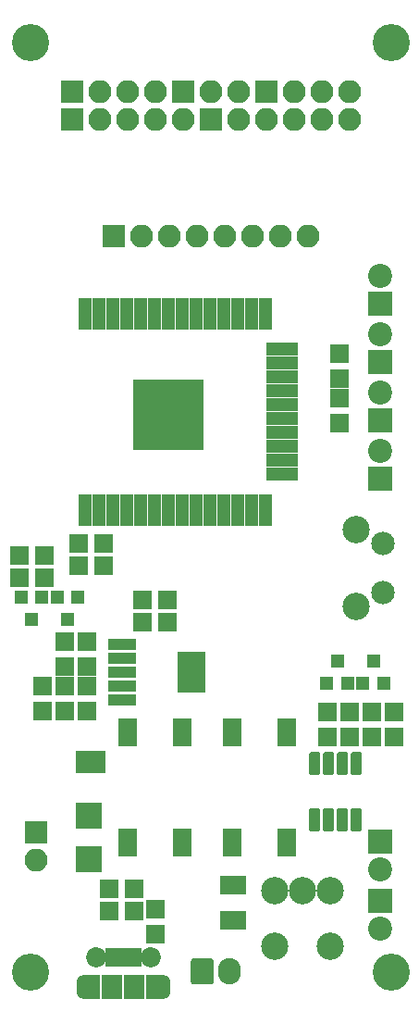
<source format=gbr>
G04 #@! TF.GenerationSoftware,KiCad,Pcbnew,(5.1.4)-1*
G04 #@! TF.CreationDate,2020-12-02T10:45:32+01:00*
G04 #@! TF.ProjectId,ESP32 - LP IoT,45535033-3220-42d2-904c-5020496f542e,rev?*
G04 #@! TF.SameCoordinates,Original*
G04 #@! TF.FileFunction,Soldermask,Top*
G04 #@! TF.FilePolarity,Negative*
%FSLAX46Y46*%
G04 Gerber Fmt 4.6, Leading zero omitted, Abs format (unit mm)*
G04 Created by KiCad (PCBNEW (5.1.4)-1) date 2020-12-02 10:45:32*
%MOMM*%
%LPD*%
G04 APERTURE LIST*
%ADD10R,1.800000X2.500000*%
%ADD11R,1.670000X1.797000*%
%ADD12R,1.797000X1.670000*%
%ADD13R,2.100000X2.100000*%
%ADD14O,2.100000X2.100000*%
%ADD15C,0.100000*%
%ADD16C,1.000000*%
%ADD17R,1.200000X1.300000*%
%ADD18R,2.600000X1.000000*%
%ADD19R,2.550000X3.850000*%
%ADD20R,1.900000X2.300000*%
%ADD21C,1.850000*%
%ADD22R,0.800000X1.750000*%
%ADD23O,1.600000X2.300000*%
%ADD24R,1.600000X2.300000*%
%ADD25C,2.500000*%
%ADD26C,1.009600*%
%ADD27R,2.780000X2.050000*%
%ADD28R,2.400000X2.400000*%
%ADD29R,2.432000X1.797000*%
%ADD30C,2.100000*%
%ADD31O,2.100000X2.400000*%
%ADD32C,2.150000*%
%ADD33R,2.200000X2.200000*%
%ADD34C,2.200000*%
%ADD35R,1.300000X2.900000*%
%ADD36R,2.900000X1.300000*%
%ADD37R,6.400000X6.400000*%
%ADD38O,1.670000X1.670000*%
%ADD39C,3.400000*%
G04 APERTURE END LIST*
D10*
X69937000Y-87583000D03*
X64937000Y-97583000D03*
X64937000Y-87583000D03*
X69937000Y-97583000D03*
D11*
X53238400Y-70256400D03*
X50952400Y-70256400D03*
D12*
X75717400Y-87985600D03*
X75717400Y-85699600D03*
D13*
X50292000Y-28956000D03*
D14*
X52832000Y-28956000D03*
X55372000Y-28956000D03*
X57912000Y-28956000D03*
D10*
X60412000Y-97583000D03*
X55412000Y-87583000D03*
X55412000Y-97583000D03*
X60412000Y-87583000D03*
D12*
X57912000Y-106045000D03*
X57912000Y-103759000D03*
D11*
X59080400Y-77470000D03*
X56794400Y-77470000D03*
D12*
X51689000Y-81534000D03*
X51689000Y-79248000D03*
D11*
X56007000Y-103886000D03*
X53721000Y-103886000D03*
D14*
X75692000Y-28956000D03*
X73152000Y-28956000D03*
X70612000Y-28956000D03*
D13*
X68072000Y-28956000D03*
D14*
X75692000Y-31496000D03*
X73152000Y-31496000D03*
X70612000Y-31496000D03*
X68072000Y-31496000D03*
X65532000Y-31496000D03*
D13*
X62992000Y-31496000D03*
X60452000Y-28956000D03*
D14*
X62992000Y-28956000D03*
X65532000Y-28956000D03*
D11*
X56007000Y-101854000D03*
X53721000Y-101854000D03*
D15*
G36*
X72791504Y-94465204D02*
G01*
X72815773Y-94468804D01*
X72839571Y-94474765D01*
X72862671Y-94483030D01*
X72884849Y-94493520D01*
X72905893Y-94506133D01*
X72925598Y-94520747D01*
X72943777Y-94537223D01*
X72960253Y-94555402D01*
X72974867Y-94575107D01*
X72987480Y-94596151D01*
X72997970Y-94618329D01*
X73006235Y-94641429D01*
X73012196Y-94665227D01*
X73015796Y-94689496D01*
X73017000Y-94714000D01*
X73017000Y-96364000D01*
X73015796Y-96388504D01*
X73012196Y-96412773D01*
X73006235Y-96436571D01*
X72997970Y-96459671D01*
X72987480Y-96481849D01*
X72974867Y-96502893D01*
X72960253Y-96522598D01*
X72943777Y-96540777D01*
X72925598Y-96557253D01*
X72905893Y-96571867D01*
X72884849Y-96584480D01*
X72862671Y-96594970D01*
X72839571Y-96603235D01*
X72815773Y-96609196D01*
X72791504Y-96612796D01*
X72767000Y-96614000D01*
X72267000Y-96614000D01*
X72242496Y-96612796D01*
X72218227Y-96609196D01*
X72194429Y-96603235D01*
X72171329Y-96594970D01*
X72149151Y-96584480D01*
X72128107Y-96571867D01*
X72108402Y-96557253D01*
X72090223Y-96540777D01*
X72073747Y-96522598D01*
X72059133Y-96502893D01*
X72046520Y-96481849D01*
X72036030Y-96459671D01*
X72027765Y-96436571D01*
X72021804Y-96412773D01*
X72018204Y-96388504D01*
X72017000Y-96364000D01*
X72017000Y-94714000D01*
X72018204Y-94689496D01*
X72021804Y-94665227D01*
X72027765Y-94641429D01*
X72036030Y-94618329D01*
X72046520Y-94596151D01*
X72059133Y-94575107D01*
X72073747Y-94555402D01*
X72090223Y-94537223D01*
X72108402Y-94520747D01*
X72128107Y-94506133D01*
X72149151Y-94493520D01*
X72171329Y-94483030D01*
X72194429Y-94474765D01*
X72218227Y-94468804D01*
X72242496Y-94465204D01*
X72267000Y-94464000D01*
X72767000Y-94464000D01*
X72791504Y-94465204D01*
X72791504Y-94465204D01*
G37*
D16*
X72517000Y-95539000D03*
D15*
G36*
X74061504Y-94465204D02*
G01*
X74085773Y-94468804D01*
X74109571Y-94474765D01*
X74132671Y-94483030D01*
X74154849Y-94493520D01*
X74175893Y-94506133D01*
X74195598Y-94520747D01*
X74213777Y-94537223D01*
X74230253Y-94555402D01*
X74244867Y-94575107D01*
X74257480Y-94596151D01*
X74267970Y-94618329D01*
X74276235Y-94641429D01*
X74282196Y-94665227D01*
X74285796Y-94689496D01*
X74287000Y-94714000D01*
X74287000Y-96364000D01*
X74285796Y-96388504D01*
X74282196Y-96412773D01*
X74276235Y-96436571D01*
X74267970Y-96459671D01*
X74257480Y-96481849D01*
X74244867Y-96502893D01*
X74230253Y-96522598D01*
X74213777Y-96540777D01*
X74195598Y-96557253D01*
X74175893Y-96571867D01*
X74154849Y-96584480D01*
X74132671Y-96594970D01*
X74109571Y-96603235D01*
X74085773Y-96609196D01*
X74061504Y-96612796D01*
X74037000Y-96614000D01*
X73537000Y-96614000D01*
X73512496Y-96612796D01*
X73488227Y-96609196D01*
X73464429Y-96603235D01*
X73441329Y-96594970D01*
X73419151Y-96584480D01*
X73398107Y-96571867D01*
X73378402Y-96557253D01*
X73360223Y-96540777D01*
X73343747Y-96522598D01*
X73329133Y-96502893D01*
X73316520Y-96481849D01*
X73306030Y-96459671D01*
X73297765Y-96436571D01*
X73291804Y-96412773D01*
X73288204Y-96388504D01*
X73287000Y-96364000D01*
X73287000Y-94714000D01*
X73288204Y-94689496D01*
X73291804Y-94665227D01*
X73297765Y-94641429D01*
X73306030Y-94618329D01*
X73316520Y-94596151D01*
X73329133Y-94575107D01*
X73343747Y-94555402D01*
X73360223Y-94537223D01*
X73378402Y-94520747D01*
X73398107Y-94506133D01*
X73419151Y-94493520D01*
X73441329Y-94483030D01*
X73464429Y-94474765D01*
X73488227Y-94468804D01*
X73512496Y-94465204D01*
X73537000Y-94464000D01*
X74037000Y-94464000D01*
X74061504Y-94465204D01*
X74061504Y-94465204D01*
G37*
D16*
X73787000Y-95539000D03*
D15*
G36*
X75331504Y-94465204D02*
G01*
X75355773Y-94468804D01*
X75379571Y-94474765D01*
X75402671Y-94483030D01*
X75424849Y-94493520D01*
X75445893Y-94506133D01*
X75465598Y-94520747D01*
X75483777Y-94537223D01*
X75500253Y-94555402D01*
X75514867Y-94575107D01*
X75527480Y-94596151D01*
X75537970Y-94618329D01*
X75546235Y-94641429D01*
X75552196Y-94665227D01*
X75555796Y-94689496D01*
X75557000Y-94714000D01*
X75557000Y-96364000D01*
X75555796Y-96388504D01*
X75552196Y-96412773D01*
X75546235Y-96436571D01*
X75537970Y-96459671D01*
X75527480Y-96481849D01*
X75514867Y-96502893D01*
X75500253Y-96522598D01*
X75483777Y-96540777D01*
X75465598Y-96557253D01*
X75445893Y-96571867D01*
X75424849Y-96584480D01*
X75402671Y-96594970D01*
X75379571Y-96603235D01*
X75355773Y-96609196D01*
X75331504Y-96612796D01*
X75307000Y-96614000D01*
X74807000Y-96614000D01*
X74782496Y-96612796D01*
X74758227Y-96609196D01*
X74734429Y-96603235D01*
X74711329Y-96594970D01*
X74689151Y-96584480D01*
X74668107Y-96571867D01*
X74648402Y-96557253D01*
X74630223Y-96540777D01*
X74613747Y-96522598D01*
X74599133Y-96502893D01*
X74586520Y-96481849D01*
X74576030Y-96459671D01*
X74567765Y-96436571D01*
X74561804Y-96412773D01*
X74558204Y-96388504D01*
X74557000Y-96364000D01*
X74557000Y-94714000D01*
X74558204Y-94689496D01*
X74561804Y-94665227D01*
X74567765Y-94641429D01*
X74576030Y-94618329D01*
X74586520Y-94596151D01*
X74599133Y-94575107D01*
X74613747Y-94555402D01*
X74630223Y-94537223D01*
X74648402Y-94520747D01*
X74668107Y-94506133D01*
X74689151Y-94493520D01*
X74711329Y-94483030D01*
X74734429Y-94474765D01*
X74758227Y-94468804D01*
X74782496Y-94465204D01*
X74807000Y-94464000D01*
X75307000Y-94464000D01*
X75331504Y-94465204D01*
X75331504Y-94465204D01*
G37*
D16*
X75057000Y-95539000D03*
D15*
G36*
X76601504Y-94465204D02*
G01*
X76625773Y-94468804D01*
X76649571Y-94474765D01*
X76672671Y-94483030D01*
X76694849Y-94493520D01*
X76715893Y-94506133D01*
X76735598Y-94520747D01*
X76753777Y-94537223D01*
X76770253Y-94555402D01*
X76784867Y-94575107D01*
X76797480Y-94596151D01*
X76807970Y-94618329D01*
X76816235Y-94641429D01*
X76822196Y-94665227D01*
X76825796Y-94689496D01*
X76827000Y-94714000D01*
X76827000Y-96364000D01*
X76825796Y-96388504D01*
X76822196Y-96412773D01*
X76816235Y-96436571D01*
X76807970Y-96459671D01*
X76797480Y-96481849D01*
X76784867Y-96502893D01*
X76770253Y-96522598D01*
X76753777Y-96540777D01*
X76735598Y-96557253D01*
X76715893Y-96571867D01*
X76694849Y-96584480D01*
X76672671Y-96594970D01*
X76649571Y-96603235D01*
X76625773Y-96609196D01*
X76601504Y-96612796D01*
X76577000Y-96614000D01*
X76077000Y-96614000D01*
X76052496Y-96612796D01*
X76028227Y-96609196D01*
X76004429Y-96603235D01*
X75981329Y-96594970D01*
X75959151Y-96584480D01*
X75938107Y-96571867D01*
X75918402Y-96557253D01*
X75900223Y-96540777D01*
X75883747Y-96522598D01*
X75869133Y-96502893D01*
X75856520Y-96481849D01*
X75846030Y-96459671D01*
X75837765Y-96436571D01*
X75831804Y-96412773D01*
X75828204Y-96388504D01*
X75827000Y-96364000D01*
X75827000Y-94714000D01*
X75828204Y-94689496D01*
X75831804Y-94665227D01*
X75837765Y-94641429D01*
X75846030Y-94618329D01*
X75856520Y-94596151D01*
X75869133Y-94575107D01*
X75883747Y-94555402D01*
X75900223Y-94537223D01*
X75918402Y-94520747D01*
X75938107Y-94506133D01*
X75959151Y-94493520D01*
X75981329Y-94483030D01*
X76004429Y-94474765D01*
X76028227Y-94468804D01*
X76052496Y-94465204D01*
X76077000Y-94464000D01*
X76577000Y-94464000D01*
X76601504Y-94465204D01*
X76601504Y-94465204D01*
G37*
D16*
X76327000Y-95539000D03*
D15*
G36*
X76601504Y-89315204D02*
G01*
X76625773Y-89318804D01*
X76649571Y-89324765D01*
X76672671Y-89333030D01*
X76694849Y-89343520D01*
X76715893Y-89356133D01*
X76735598Y-89370747D01*
X76753777Y-89387223D01*
X76770253Y-89405402D01*
X76784867Y-89425107D01*
X76797480Y-89446151D01*
X76807970Y-89468329D01*
X76816235Y-89491429D01*
X76822196Y-89515227D01*
X76825796Y-89539496D01*
X76827000Y-89564000D01*
X76827000Y-91214000D01*
X76825796Y-91238504D01*
X76822196Y-91262773D01*
X76816235Y-91286571D01*
X76807970Y-91309671D01*
X76797480Y-91331849D01*
X76784867Y-91352893D01*
X76770253Y-91372598D01*
X76753777Y-91390777D01*
X76735598Y-91407253D01*
X76715893Y-91421867D01*
X76694849Y-91434480D01*
X76672671Y-91444970D01*
X76649571Y-91453235D01*
X76625773Y-91459196D01*
X76601504Y-91462796D01*
X76577000Y-91464000D01*
X76077000Y-91464000D01*
X76052496Y-91462796D01*
X76028227Y-91459196D01*
X76004429Y-91453235D01*
X75981329Y-91444970D01*
X75959151Y-91434480D01*
X75938107Y-91421867D01*
X75918402Y-91407253D01*
X75900223Y-91390777D01*
X75883747Y-91372598D01*
X75869133Y-91352893D01*
X75856520Y-91331849D01*
X75846030Y-91309671D01*
X75837765Y-91286571D01*
X75831804Y-91262773D01*
X75828204Y-91238504D01*
X75827000Y-91214000D01*
X75827000Y-89564000D01*
X75828204Y-89539496D01*
X75831804Y-89515227D01*
X75837765Y-89491429D01*
X75846030Y-89468329D01*
X75856520Y-89446151D01*
X75869133Y-89425107D01*
X75883747Y-89405402D01*
X75900223Y-89387223D01*
X75918402Y-89370747D01*
X75938107Y-89356133D01*
X75959151Y-89343520D01*
X75981329Y-89333030D01*
X76004429Y-89324765D01*
X76028227Y-89318804D01*
X76052496Y-89315204D01*
X76077000Y-89314000D01*
X76577000Y-89314000D01*
X76601504Y-89315204D01*
X76601504Y-89315204D01*
G37*
D16*
X76327000Y-90389000D03*
D15*
G36*
X75331504Y-89315204D02*
G01*
X75355773Y-89318804D01*
X75379571Y-89324765D01*
X75402671Y-89333030D01*
X75424849Y-89343520D01*
X75445893Y-89356133D01*
X75465598Y-89370747D01*
X75483777Y-89387223D01*
X75500253Y-89405402D01*
X75514867Y-89425107D01*
X75527480Y-89446151D01*
X75537970Y-89468329D01*
X75546235Y-89491429D01*
X75552196Y-89515227D01*
X75555796Y-89539496D01*
X75557000Y-89564000D01*
X75557000Y-91214000D01*
X75555796Y-91238504D01*
X75552196Y-91262773D01*
X75546235Y-91286571D01*
X75537970Y-91309671D01*
X75527480Y-91331849D01*
X75514867Y-91352893D01*
X75500253Y-91372598D01*
X75483777Y-91390777D01*
X75465598Y-91407253D01*
X75445893Y-91421867D01*
X75424849Y-91434480D01*
X75402671Y-91444970D01*
X75379571Y-91453235D01*
X75355773Y-91459196D01*
X75331504Y-91462796D01*
X75307000Y-91464000D01*
X74807000Y-91464000D01*
X74782496Y-91462796D01*
X74758227Y-91459196D01*
X74734429Y-91453235D01*
X74711329Y-91444970D01*
X74689151Y-91434480D01*
X74668107Y-91421867D01*
X74648402Y-91407253D01*
X74630223Y-91390777D01*
X74613747Y-91372598D01*
X74599133Y-91352893D01*
X74586520Y-91331849D01*
X74576030Y-91309671D01*
X74567765Y-91286571D01*
X74561804Y-91262773D01*
X74558204Y-91238504D01*
X74557000Y-91214000D01*
X74557000Y-89564000D01*
X74558204Y-89539496D01*
X74561804Y-89515227D01*
X74567765Y-89491429D01*
X74576030Y-89468329D01*
X74586520Y-89446151D01*
X74599133Y-89425107D01*
X74613747Y-89405402D01*
X74630223Y-89387223D01*
X74648402Y-89370747D01*
X74668107Y-89356133D01*
X74689151Y-89343520D01*
X74711329Y-89333030D01*
X74734429Y-89324765D01*
X74758227Y-89318804D01*
X74782496Y-89315204D01*
X74807000Y-89314000D01*
X75307000Y-89314000D01*
X75331504Y-89315204D01*
X75331504Y-89315204D01*
G37*
D16*
X75057000Y-90389000D03*
D15*
G36*
X74061504Y-89315204D02*
G01*
X74085773Y-89318804D01*
X74109571Y-89324765D01*
X74132671Y-89333030D01*
X74154849Y-89343520D01*
X74175893Y-89356133D01*
X74195598Y-89370747D01*
X74213777Y-89387223D01*
X74230253Y-89405402D01*
X74244867Y-89425107D01*
X74257480Y-89446151D01*
X74267970Y-89468329D01*
X74276235Y-89491429D01*
X74282196Y-89515227D01*
X74285796Y-89539496D01*
X74287000Y-89564000D01*
X74287000Y-91214000D01*
X74285796Y-91238504D01*
X74282196Y-91262773D01*
X74276235Y-91286571D01*
X74267970Y-91309671D01*
X74257480Y-91331849D01*
X74244867Y-91352893D01*
X74230253Y-91372598D01*
X74213777Y-91390777D01*
X74195598Y-91407253D01*
X74175893Y-91421867D01*
X74154849Y-91434480D01*
X74132671Y-91444970D01*
X74109571Y-91453235D01*
X74085773Y-91459196D01*
X74061504Y-91462796D01*
X74037000Y-91464000D01*
X73537000Y-91464000D01*
X73512496Y-91462796D01*
X73488227Y-91459196D01*
X73464429Y-91453235D01*
X73441329Y-91444970D01*
X73419151Y-91434480D01*
X73398107Y-91421867D01*
X73378402Y-91407253D01*
X73360223Y-91390777D01*
X73343747Y-91372598D01*
X73329133Y-91352893D01*
X73316520Y-91331849D01*
X73306030Y-91309671D01*
X73297765Y-91286571D01*
X73291804Y-91262773D01*
X73288204Y-91238504D01*
X73287000Y-91214000D01*
X73287000Y-89564000D01*
X73288204Y-89539496D01*
X73291804Y-89515227D01*
X73297765Y-89491429D01*
X73306030Y-89468329D01*
X73316520Y-89446151D01*
X73329133Y-89425107D01*
X73343747Y-89405402D01*
X73360223Y-89387223D01*
X73378402Y-89370747D01*
X73398107Y-89356133D01*
X73419151Y-89343520D01*
X73441329Y-89333030D01*
X73464429Y-89324765D01*
X73488227Y-89318804D01*
X73512496Y-89315204D01*
X73537000Y-89314000D01*
X74037000Y-89314000D01*
X74061504Y-89315204D01*
X74061504Y-89315204D01*
G37*
D16*
X73787000Y-90389000D03*
D15*
G36*
X72791504Y-89315204D02*
G01*
X72815773Y-89318804D01*
X72839571Y-89324765D01*
X72862671Y-89333030D01*
X72884849Y-89343520D01*
X72905893Y-89356133D01*
X72925598Y-89370747D01*
X72943777Y-89387223D01*
X72960253Y-89405402D01*
X72974867Y-89425107D01*
X72987480Y-89446151D01*
X72997970Y-89468329D01*
X73006235Y-89491429D01*
X73012196Y-89515227D01*
X73015796Y-89539496D01*
X73017000Y-89564000D01*
X73017000Y-91214000D01*
X73015796Y-91238504D01*
X73012196Y-91262773D01*
X73006235Y-91286571D01*
X72997970Y-91309671D01*
X72987480Y-91331849D01*
X72974867Y-91352893D01*
X72960253Y-91372598D01*
X72943777Y-91390777D01*
X72925598Y-91407253D01*
X72905893Y-91421867D01*
X72884849Y-91434480D01*
X72862671Y-91444970D01*
X72839571Y-91453235D01*
X72815773Y-91459196D01*
X72791504Y-91462796D01*
X72767000Y-91464000D01*
X72267000Y-91464000D01*
X72242496Y-91462796D01*
X72218227Y-91459196D01*
X72194429Y-91453235D01*
X72171329Y-91444970D01*
X72149151Y-91434480D01*
X72128107Y-91421867D01*
X72108402Y-91407253D01*
X72090223Y-91390777D01*
X72073747Y-91372598D01*
X72059133Y-91352893D01*
X72046520Y-91331849D01*
X72036030Y-91309671D01*
X72027765Y-91286571D01*
X72021804Y-91262773D01*
X72018204Y-91238504D01*
X72017000Y-91214000D01*
X72017000Y-89564000D01*
X72018204Y-89539496D01*
X72021804Y-89515227D01*
X72027765Y-89491429D01*
X72036030Y-89468329D01*
X72046520Y-89446151D01*
X72059133Y-89425107D01*
X72073747Y-89405402D01*
X72090223Y-89387223D01*
X72108402Y-89370747D01*
X72128107Y-89356133D01*
X72149151Y-89343520D01*
X72171329Y-89333030D01*
X72194429Y-89324765D01*
X72218227Y-89318804D01*
X72242496Y-89315204D01*
X72267000Y-89314000D01*
X72767000Y-89314000D01*
X72791504Y-89315204D01*
X72791504Y-89315204D01*
G37*
D16*
X72517000Y-90389000D03*
D17*
X73637100Y-83042000D03*
X75537100Y-83042000D03*
X74587100Y-81042000D03*
X49911000Y-77200000D03*
X48961000Y-75200000D03*
X50861000Y-75200000D03*
D12*
X73685400Y-87985600D03*
X73685400Y-85699600D03*
X49657000Y-83312000D03*
X49657000Y-85598000D03*
X47625000Y-83312000D03*
X47625000Y-85598000D03*
X77749400Y-87985600D03*
X77749400Y-85699600D03*
X74803000Y-59309000D03*
X74803000Y-57023000D03*
X74803000Y-55245000D03*
X74803000Y-52959000D03*
D11*
X45466000Y-71374000D03*
X47752000Y-71374000D03*
D18*
X54926900Y-83312000D03*
X54926900Y-80772000D03*
D19*
X61226900Y-82042000D03*
D18*
X54926900Y-82042000D03*
X54926900Y-84582000D03*
X54926900Y-79502000D03*
D17*
X76939100Y-83042000D03*
X78839100Y-83042000D03*
X77889100Y-81042000D03*
D12*
X79806800Y-87985600D03*
X79806800Y-85699600D03*
D20*
X55991000Y-110838500D03*
D21*
X52491000Y-108138500D03*
D22*
X54341000Y-108138500D03*
X53691000Y-108138500D03*
X56291000Y-108138500D03*
X55641000Y-108138500D03*
X54991000Y-108138500D03*
D21*
X57491000Y-108138500D03*
D20*
X53991000Y-110838500D03*
D23*
X51491000Y-110838500D03*
X58491000Y-110838500D03*
D24*
X57891000Y-110838500D03*
X52091000Y-110838500D03*
D25*
X73914000Y-107124500D03*
X68834000Y-107124500D03*
X73914000Y-102044500D03*
X71374000Y-102044500D03*
X68834000Y-102044500D03*
D13*
X47040800Y-96723200D03*
D14*
X47040800Y-99263200D03*
D26*
X51244500Y-89852500D03*
X51244500Y-90614500D03*
X52768500Y-89852500D03*
X52768500Y-90614500D03*
X52006500Y-89852500D03*
X52006500Y-90614500D03*
D27*
X52006500Y-90233500D03*
D17*
X47559000Y-75200000D03*
X45659000Y-75200000D03*
X46609000Y-77200000D03*
D11*
X47752000Y-73406000D03*
X45466000Y-73406000D03*
D28*
X51816000Y-99129600D03*
X51816000Y-95129600D03*
D11*
X53238400Y-72288400D03*
X50952400Y-72288400D03*
X59080400Y-75438000D03*
X56794400Y-75438000D03*
D12*
X49657000Y-79248000D03*
X49657000Y-81534000D03*
X51689000Y-83312000D03*
X51689000Y-85598000D03*
D29*
X65024000Y-101498400D03*
X65024000Y-104749600D03*
D15*
G36*
X63001447Y-108211987D02*
G01*
X63031425Y-108216434D01*
X63060824Y-108223798D01*
X63089358Y-108234008D01*
X63116755Y-108246965D01*
X63142750Y-108262546D01*
X63167092Y-108280600D01*
X63189548Y-108300952D01*
X63209900Y-108323408D01*
X63227954Y-108347750D01*
X63243535Y-108373745D01*
X63256492Y-108401142D01*
X63266702Y-108429676D01*
X63274066Y-108459075D01*
X63278513Y-108489053D01*
X63280000Y-108519323D01*
X63280000Y-110301677D01*
X63278513Y-110331947D01*
X63274066Y-110361925D01*
X63266702Y-110391324D01*
X63256492Y-110419858D01*
X63243535Y-110447255D01*
X63227954Y-110473250D01*
X63209900Y-110497592D01*
X63189548Y-110520048D01*
X63167092Y-110540400D01*
X63142750Y-110558454D01*
X63116755Y-110574035D01*
X63089358Y-110586992D01*
X63060824Y-110597202D01*
X63031425Y-110604566D01*
X63001447Y-110609013D01*
X62971177Y-110610500D01*
X61488823Y-110610500D01*
X61458553Y-110609013D01*
X61428575Y-110604566D01*
X61399176Y-110597202D01*
X61370642Y-110586992D01*
X61343245Y-110574035D01*
X61317250Y-110558454D01*
X61292908Y-110540400D01*
X61270452Y-110520048D01*
X61250100Y-110497592D01*
X61232046Y-110473250D01*
X61216465Y-110447255D01*
X61203508Y-110419858D01*
X61193298Y-110391324D01*
X61185934Y-110361925D01*
X61181487Y-110331947D01*
X61180000Y-110301677D01*
X61180000Y-108519323D01*
X61181487Y-108489053D01*
X61185934Y-108459075D01*
X61193298Y-108429676D01*
X61203508Y-108401142D01*
X61216465Y-108373745D01*
X61232046Y-108347750D01*
X61250100Y-108323408D01*
X61270452Y-108300952D01*
X61292908Y-108280600D01*
X61317250Y-108262546D01*
X61343245Y-108246965D01*
X61370642Y-108234008D01*
X61399176Y-108223798D01*
X61428575Y-108216434D01*
X61458553Y-108211987D01*
X61488823Y-108210500D01*
X62971177Y-108210500D01*
X63001447Y-108211987D01*
X63001447Y-108211987D01*
G37*
D30*
X62230000Y-109410500D03*
D31*
X64730000Y-109410500D03*
D25*
X76300800Y-76016400D03*
D32*
X78790800Y-74756400D03*
X78790800Y-70256400D03*
D25*
X76300800Y-69006400D03*
D33*
X78486000Y-97561400D03*
D34*
X78486000Y-100101400D03*
X78486000Y-105498900D03*
D33*
X78486000Y-102958900D03*
D34*
X78486000Y-61785500D03*
D33*
X78486000Y-64325500D03*
X78486000Y-58991500D03*
D34*
X78486000Y-56451500D03*
D33*
X78486000Y-53657500D03*
D34*
X78486000Y-51117500D03*
X78486000Y-45847000D03*
D33*
X78486000Y-48387000D03*
D13*
X54152800Y-42189400D03*
D14*
X56692800Y-42189400D03*
X59232800Y-42189400D03*
X61772800Y-42189400D03*
X64312800Y-42189400D03*
X66852800Y-42189400D03*
X69392800Y-42189400D03*
X71932800Y-42189400D03*
D13*
X50292000Y-31496000D03*
D14*
X52832000Y-31496000D03*
X55372000Y-31496000D03*
X57912000Y-31496000D03*
X60452000Y-31496000D03*
D35*
X51545200Y-49242200D03*
X52815200Y-49242200D03*
X54085200Y-49242200D03*
X55355200Y-49242200D03*
X56625200Y-49242200D03*
X57895200Y-49242200D03*
X59165200Y-49242200D03*
X60435200Y-49242200D03*
X61705200Y-49242200D03*
X62975200Y-49242200D03*
X64245200Y-49242200D03*
X65515200Y-49242200D03*
X66785200Y-49242200D03*
X68055200Y-49242200D03*
D36*
X69545200Y-52527200D03*
X69545200Y-53797200D03*
X69545200Y-55067200D03*
X69545200Y-56337200D03*
X69545200Y-57607200D03*
X69545200Y-58877200D03*
X69545200Y-60147200D03*
X69545200Y-61417200D03*
X69545200Y-62687200D03*
X69545200Y-63957200D03*
D35*
X68055200Y-67242200D03*
X66785200Y-67242200D03*
X65515200Y-67242200D03*
X64245200Y-67242200D03*
X62975200Y-67242200D03*
X61705200Y-67242200D03*
X60435200Y-67242200D03*
X59165200Y-67242200D03*
X57895200Y-67242200D03*
X56625200Y-67242200D03*
X55355200Y-67242200D03*
X54085200Y-67242200D03*
X52815200Y-67242200D03*
X51545200Y-67242200D03*
D37*
X59165200Y-58542200D03*
D38*
X59165200Y-58242200D03*
X57260200Y-60147200D03*
X57260200Y-56972200D03*
X61070200Y-56972200D03*
X61070200Y-60147200D03*
D39*
X79500000Y-109500000D03*
X46500000Y-109500000D03*
X79500000Y-24500000D03*
X46500000Y-24500000D03*
M02*

</source>
